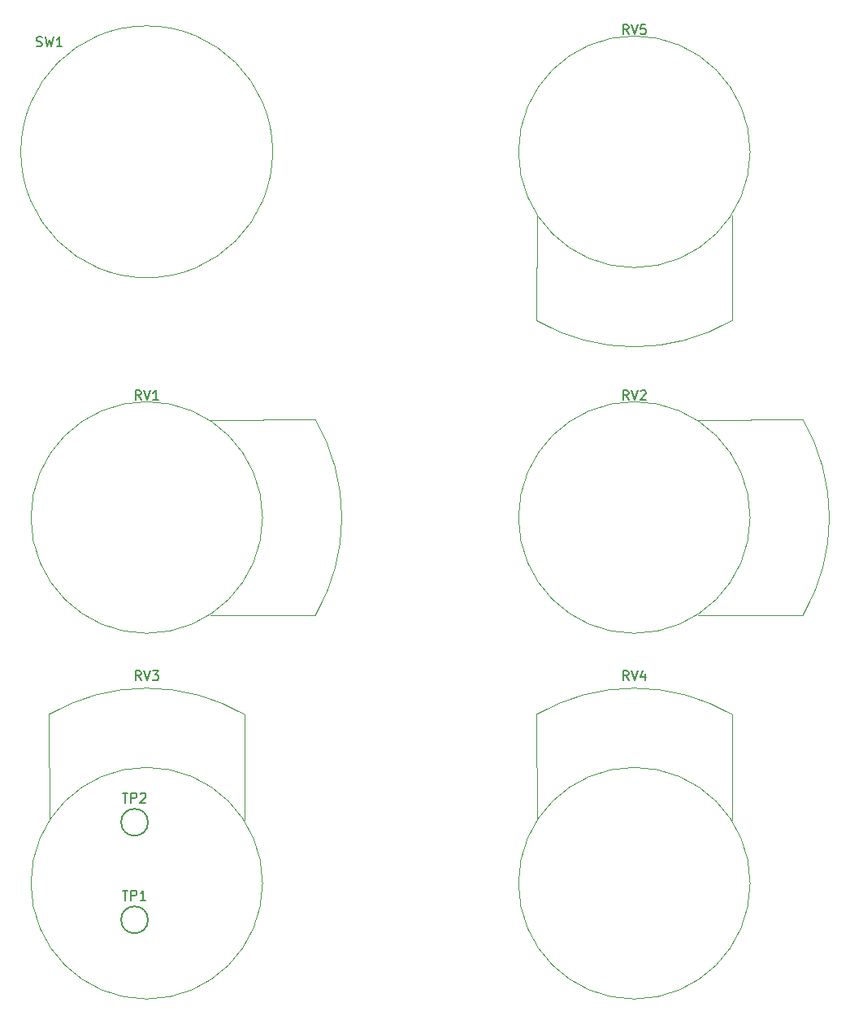
<source format=gbr>
G04 #@! TF.GenerationSoftware,KiCad,Pcbnew,5.1.6-c6e7f7d~86~ubuntu18.04.1*
G04 #@! TF.CreationDate,2020-06-20T10:33:53-04:00*
G04 #@! TF.ProjectId,oscillator_carrier_board,6f736369-6c6c-4617-946f-725f63617272,1*
G04 #@! TF.SameCoordinates,Original*
G04 #@! TF.FileFunction,Legend,Top*
G04 #@! TF.FilePolarity,Positive*
%FSLAX46Y46*%
G04 Gerber Fmt 4.6, Leading zero omitted, Abs format (unit mm)*
G04 Created by KiCad (PCBNEW 5.1.6-c6e7f7d~86~ubuntu18.04.1) date 2020-06-20 10:33:53*
%MOMM*%
%LPD*%
G01*
G04 APERTURE LIST*
%ADD10C,0.150000*%
%ADD11C,0.120000*%
G04 APERTURE END LIST*
D10*
X125860000Y-134620000D02*
G75*
G03*
X125860000Y-134620000I-1400000J0D01*
G01*
X125860000Y-144780000D02*
G75*
G03*
X125860000Y-144780000I-1400000J0D01*
G01*
D11*
X186690000Y-71374000D02*
X186721098Y-82349645D01*
X166370000Y-71374000D02*
X166338902Y-82349645D01*
X188595668Y-64770000D02*
G75*
G03*
X188595668Y-64770000I-12065668J0D01*
G01*
X186721098Y-82349645D02*
G75*
G02*
X176530000Y-85090000I-10191098J17579645D01*
G01*
X166338902Y-82349645D02*
G75*
G03*
X176530000Y-85090000I10191098J17579645D01*
G01*
X166370000Y-134366000D02*
X166338902Y-123390355D01*
X186690000Y-134366000D02*
X186721098Y-123390355D01*
X188595668Y-140970000D02*
G75*
G03*
X188595668Y-140970000I-12065668J0D01*
G01*
X166338902Y-123390355D02*
G75*
G02*
X176530000Y-120650000I10191098J-17579645D01*
G01*
X186721098Y-123390355D02*
G75*
G03*
X176530000Y-120650000I-10191098J-17579645D01*
G01*
X115570000Y-134366000D02*
X115538902Y-123390355D01*
X135890000Y-134366000D02*
X135921098Y-123390355D01*
X137795668Y-140970000D02*
G75*
G03*
X137795668Y-140970000I-12065668J0D01*
G01*
X115538902Y-123390355D02*
G75*
G02*
X125730000Y-120650000I10191098J-17579645D01*
G01*
X135921098Y-123390355D02*
G75*
G03*
X125730000Y-120650000I-10191098J-17579645D01*
G01*
X183134000Y-92710000D02*
X194109645Y-92678902D01*
X183134000Y-113030000D02*
X194109645Y-113061098D01*
X188595668Y-102870000D02*
G75*
G03*
X188595668Y-102870000I-12065668J0D01*
G01*
X194109645Y-92678902D02*
G75*
G02*
X196850000Y-102870000I-17579645J-10191098D01*
G01*
X194109645Y-113061098D02*
G75*
G03*
X196850000Y-102870000I-17579645J10191098D01*
G01*
X132334000Y-92710000D02*
X143309645Y-92678902D01*
X132334000Y-113030000D02*
X143309645Y-113061098D01*
X137795668Y-102870000D02*
G75*
G03*
X137795668Y-102870000I-12065668J0D01*
G01*
X143309645Y-92678902D02*
G75*
G02*
X146050000Y-102870000I-17579645J-10191098D01*
G01*
X143309645Y-113061098D02*
G75*
G03*
X146050000Y-102870000I-17579645J10191098D01*
G01*
X138850000Y-64770000D02*
G75*
G03*
X138850000Y-64770000I-13120000J0D01*
G01*
D10*
X123198095Y-131572380D02*
X123769523Y-131572380D01*
X123483809Y-132572380D02*
X123483809Y-131572380D01*
X124102857Y-132572380D02*
X124102857Y-131572380D01*
X124483809Y-131572380D01*
X124579047Y-131620000D01*
X124626666Y-131667619D01*
X124674285Y-131762857D01*
X124674285Y-131905714D01*
X124626666Y-132000952D01*
X124579047Y-132048571D01*
X124483809Y-132096190D01*
X124102857Y-132096190D01*
X125055238Y-131667619D02*
X125102857Y-131620000D01*
X125198095Y-131572380D01*
X125436190Y-131572380D01*
X125531428Y-131620000D01*
X125579047Y-131667619D01*
X125626666Y-131762857D01*
X125626666Y-131858095D01*
X125579047Y-132000952D01*
X125007619Y-132572380D01*
X125626666Y-132572380D01*
X123198095Y-141732380D02*
X123769523Y-141732380D01*
X123483809Y-142732380D02*
X123483809Y-141732380D01*
X124102857Y-142732380D02*
X124102857Y-141732380D01*
X124483809Y-141732380D01*
X124579047Y-141780000D01*
X124626666Y-141827619D01*
X124674285Y-141922857D01*
X124674285Y-142065714D01*
X124626666Y-142160952D01*
X124579047Y-142208571D01*
X124483809Y-142256190D01*
X124102857Y-142256190D01*
X125626666Y-142732380D02*
X125055238Y-142732380D01*
X125340952Y-142732380D02*
X125340952Y-141732380D01*
X125245714Y-141875238D01*
X125150476Y-141970476D01*
X125055238Y-142018095D01*
X175934761Y-52522380D02*
X175601428Y-52046190D01*
X175363333Y-52522380D02*
X175363333Y-51522380D01*
X175744285Y-51522380D01*
X175839523Y-51570000D01*
X175887142Y-51617619D01*
X175934761Y-51712857D01*
X175934761Y-51855714D01*
X175887142Y-51950952D01*
X175839523Y-51998571D01*
X175744285Y-52046190D01*
X175363333Y-52046190D01*
X176220476Y-51522380D02*
X176553809Y-52522380D01*
X176887142Y-51522380D01*
X177696666Y-51522380D02*
X177220476Y-51522380D01*
X177172857Y-51998571D01*
X177220476Y-51950952D01*
X177315714Y-51903333D01*
X177553809Y-51903333D01*
X177649047Y-51950952D01*
X177696666Y-51998571D01*
X177744285Y-52093809D01*
X177744285Y-52331904D01*
X177696666Y-52427142D01*
X177649047Y-52474761D01*
X177553809Y-52522380D01*
X177315714Y-52522380D01*
X177220476Y-52474761D01*
X177172857Y-52427142D01*
X175934761Y-119832380D02*
X175601428Y-119356190D01*
X175363333Y-119832380D02*
X175363333Y-118832380D01*
X175744285Y-118832380D01*
X175839523Y-118880000D01*
X175887142Y-118927619D01*
X175934761Y-119022857D01*
X175934761Y-119165714D01*
X175887142Y-119260952D01*
X175839523Y-119308571D01*
X175744285Y-119356190D01*
X175363333Y-119356190D01*
X176220476Y-118832380D02*
X176553809Y-119832380D01*
X176887142Y-118832380D01*
X177649047Y-119165714D02*
X177649047Y-119832380D01*
X177410952Y-118784761D02*
X177172857Y-119499047D01*
X177791904Y-119499047D01*
X125134761Y-119832380D02*
X124801428Y-119356190D01*
X124563333Y-119832380D02*
X124563333Y-118832380D01*
X124944285Y-118832380D01*
X125039523Y-118880000D01*
X125087142Y-118927619D01*
X125134761Y-119022857D01*
X125134761Y-119165714D01*
X125087142Y-119260952D01*
X125039523Y-119308571D01*
X124944285Y-119356190D01*
X124563333Y-119356190D01*
X125420476Y-118832380D02*
X125753809Y-119832380D01*
X126087142Y-118832380D01*
X126325238Y-118832380D02*
X126944285Y-118832380D01*
X126610952Y-119213333D01*
X126753809Y-119213333D01*
X126849047Y-119260952D01*
X126896666Y-119308571D01*
X126944285Y-119403809D01*
X126944285Y-119641904D01*
X126896666Y-119737142D01*
X126849047Y-119784761D01*
X126753809Y-119832380D01*
X126468095Y-119832380D01*
X126372857Y-119784761D01*
X126325238Y-119737142D01*
X175934761Y-90622380D02*
X175601428Y-90146190D01*
X175363333Y-90622380D02*
X175363333Y-89622380D01*
X175744285Y-89622380D01*
X175839523Y-89670000D01*
X175887142Y-89717619D01*
X175934761Y-89812857D01*
X175934761Y-89955714D01*
X175887142Y-90050952D01*
X175839523Y-90098571D01*
X175744285Y-90146190D01*
X175363333Y-90146190D01*
X176220476Y-89622380D02*
X176553809Y-90622380D01*
X176887142Y-89622380D01*
X177172857Y-89717619D02*
X177220476Y-89670000D01*
X177315714Y-89622380D01*
X177553809Y-89622380D01*
X177649047Y-89670000D01*
X177696666Y-89717619D01*
X177744285Y-89812857D01*
X177744285Y-89908095D01*
X177696666Y-90050952D01*
X177125238Y-90622380D01*
X177744285Y-90622380D01*
X125134761Y-90622380D02*
X124801428Y-90146190D01*
X124563333Y-90622380D02*
X124563333Y-89622380D01*
X124944285Y-89622380D01*
X125039523Y-89670000D01*
X125087142Y-89717619D01*
X125134761Y-89812857D01*
X125134761Y-89955714D01*
X125087142Y-90050952D01*
X125039523Y-90098571D01*
X124944285Y-90146190D01*
X124563333Y-90146190D01*
X125420476Y-89622380D02*
X125753809Y-90622380D01*
X126087142Y-89622380D01*
X126944285Y-90622380D02*
X126372857Y-90622380D01*
X126658571Y-90622380D02*
X126658571Y-89622380D01*
X126563333Y-89765238D01*
X126468095Y-89860476D01*
X126372857Y-89908095D01*
X114236666Y-53744761D02*
X114379523Y-53792380D01*
X114617619Y-53792380D01*
X114712857Y-53744761D01*
X114760476Y-53697142D01*
X114808095Y-53601904D01*
X114808095Y-53506666D01*
X114760476Y-53411428D01*
X114712857Y-53363809D01*
X114617619Y-53316190D01*
X114427142Y-53268571D01*
X114331904Y-53220952D01*
X114284285Y-53173333D01*
X114236666Y-53078095D01*
X114236666Y-52982857D01*
X114284285Y-52887619D01*
X114331904Y-52840000D01*
X114427142Y-52792380D01*
X114665238Y-52792380D01*
X114808095Y-52840000D01*
X115141428Y-52792380D02*
X115379523Y-53792380D01*
X115570000Y-53078095D01*
X115760476Y-53792380D01*
X115998571Y-52792380D01*
X116903333Y-53792380D02*
X116331904Y-53792380D01*
X116617619Y-53792380D02*
X116617619Y-52792380D01*
X116522380Y-52935238D01*
X116427142Y-53030476D01*
X116331904Y-53078095D01*
M02*

</source>
